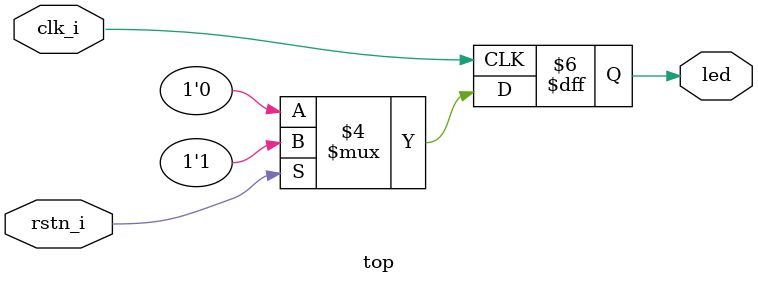
<source format=sv>
module top (
    input clk_i,
    input rstn_i,
    output logic led
);

always @(posedge clk_i) begin
    if (!rstn_i)
        led <= 0;
    else
        led <= 1;     
end

endmodule

</source>
